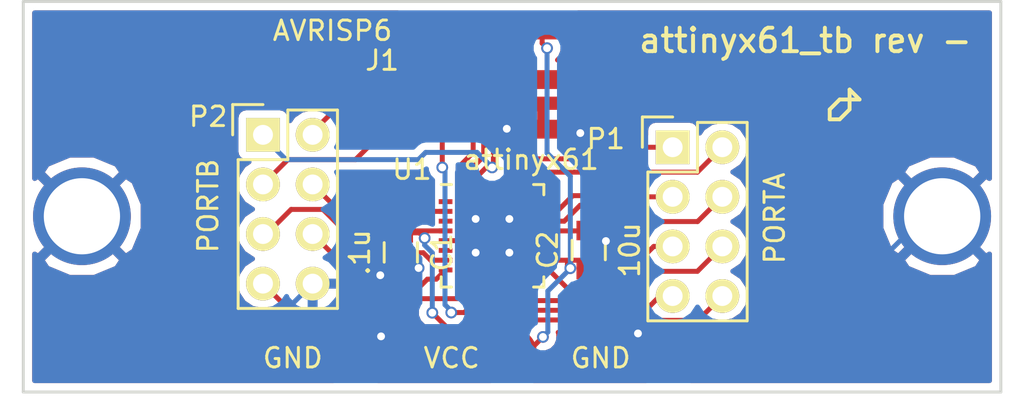
<source format=kicad_pcb>
(kicad_pcb (version 4) (host pcbnew 4.0.5-e0-6337~49~ubuntu16.04.1)

  (general
    (links 37)
    (no_connects 0)
    (area 34.618999 29.924999 87.381001 51.0975)
    (thickness 1.6)
    (drawings 14)
    (tracks 212)
    (zones 0)
    (modules 11)
    (nets 19)
  )

  (page User 152.4 152.4)
  (layers
    (0 F.Cu signal)
    (31 B.Cu signal)
    (32 B.Adhes user)
    (33 F.Adhes user)
    (34 B.Paste user)
    (35 F.Paste user)
    (36 B.SilkS user)
    (37 F.SilkS user)
    (38 B.Mask user)
    (39 F.Mask user)
    (40 Dwgs.User user)
    (41 Cmts.User user)
    (42 Eco1.User user)
    (43 Eco2.User user)
    (44 Edge.Cuts user)
    (45 Margin user)
    (46 B.CrtYd user)
    (47 F.CrtYd user)
    (48 B.Fab user)
    (49 F.Fab user)
  )

  (setup
    (last_trace_width 0.254)
    (trace_clearance 0.1905)
    (zone_clearance 0.381)
    (zone_45_only no)
    (trace_min 0.2)
    (segment_width 0.2)
    (edge_width 0.15)
    (via_size 0.6)
    (via_drill 0.4)
    (via_min_size 0.4)
    (via_min_drill 0.3)
    (uvia_size 0.3)
    (uvia_drill 0.1)
    (uvias_allowed no)
    (uvia_min_size 0)
    (uvia_min_drill 0)
    (pcb_text_width 0.3)
    (pcb_text_size 1.5 1.5)
    (mod_edge_width 0.15)
    (mod_text_size 1 1)
    (mod_text_width 0.15)
    (pad_size 5 5)
    (pad_drill 3.9)
    (pad_to_mask_clearance 0.2)
    (aux_axis_origin 0 0)
    (visible_elements FFFFFF7F)
    (pcbplotparams
      (layerselection 0x010f8_80000001)
      (usegerberextensions true)
      (excludeedgelayer true)
      (linewidth 0.100000)
      (plotframeref false)
      (viasonmask false)
      (mode 1)
      (useauxorigin false)
      (hpglpennumber 1)
      (hpglpenspeed 20)
      (hpglpendiameter 15)
      (hpglpenoverlay 2)
      (psnegative false)
      (psa4output false)
      (plotreference true)
      (plotvalue true)
      (plotinvisibletext false)
      (padsonsilk false)
      (subtractmaskfromsilk false)
      (outputformat 1)
      (mirror false)
      (drillshape 0)
      (scaleselection 1)
      (outputdirectory attinyx61_tb-rev-))
  )

  (net 0 "")
  (net 1 VCC)
  (net 2 GND)
  (net 3 MOSI)
  (net 4 MISO)
  (net 5 SCK)
  (net 6 RST)
  (net 7 A0)
  (net 8 A1)
  (net 9 A2)
  (net 10 A3)
  (net 11 A4)
  (net 12 A5)
  (net 13 A6)
  (net 14 A7)
  (net 15 B3)
  (net 16 B4)
  (net 17 B5)
  (net 18 B6)

  (net_class Default "This is the default net class."
    (clearance 0.1905)
    (trace_width 0.254)
    (via_dia 0.6)
    (via_drill 0.4)
    (uvia_dia 0.3)
    (uvia_drill 0.1)
    (add_net A0)
    (add_net A1)
    (add_net A2)
    (add_net A3)
    (add_net A4)
    (add_net A5)
    (add_net A6)
    (add_net A7)
    (add_net B3)
    (add_net B4)
    (add_net B5)
    (add_net B6)
    (add_net GND)
    (add_net MISO)
    (add_net MOSI)
    (add_net RST)
    (add_net SCK)
    (add_net VCC)
  )

  (module C_0805 (layer F.Cu) (tedit 59079C7E) (tstamp 5910331C)
    (at 55.31 42.85 270)
    (descr "Capacitor SMD 0805, reflow soldering, AVX (see smccp.pdf)")
    (tags "capacitor 0805")
    (path /5907A2AB)
    (attr smd)
    (fp_text reference C1 (at 0 -2.1 270) (layer F.SilkS)
      (effects (font (size 1 1) (thickness 0.15)))
    )
    (fp_text value .1u (at 0 2.1 270) (layer F.SilkS)
      (effects (font (size 1 1) (thickness 0.15)))
    )
    (fp_line (start -1.8 -1) (end 1.8 -1) (layer F.CrtYd) (width 0.05))
    (fp_line (start -1.8 1) (end 1.8 1) (layer F.CrtYd) (width 0.05))
    (fp_line (start -1.8 -1) (end -1.8 1) (layer F.CrtYd) (width 0.05))
    (fp_line (start 1.8 -1) (end 1.8 1) (layer F.CrtYd) (width 0.05))
    (fp_line (start 0.5 -0.85) (end -0.5 -0.85) (layer F.SilkS) (width 0.15))
    (fp_line (start -0.5 0.85) (end 0.5 0.85) (layer F.SilkS) (width 0.15))
    (pad 1 smd rect (at -1 0 270) (size 1 1.25) (layers F.Cu F.Paste F.Mask)
      (net 1 VCC))
    (pad 2 smd rect (at 1 0 270) (size 1 1.25) (layers F.Cu F.Paste F.Mask)
      (net 2 GND))
    (model Capacitors_SMD.3dshapes/C_0805.wrl
      (at (xyz 0 0 0))
      (scale (xyz 1 1 1))
      (rotate (xyz 0 0 0))
    )
  )

  (module C_0805 (layer F.Cu) (tedit 59079DB5) (tstamp 59103328)
    (at 64.92 42.73 90)
    (descr "Capacitor SMD 0805, reflow soldering, AVX (see smccp.pdf)")
    (tags "capacitor 0805")
    (path /5907A390)
    (attr smd)
    (fp_text reference C2 (at 0 -2.1 90) (layer F.SilkS)
      (effects (font (size 1 1) (thickness 0.15)))
    )
    (fp_text value 10u (at 0 2.1 90) (layer F.SilkS)
      (effects (font (size 1 1) (thickness 0.15)))
    )
    (fp_line (start -1.8 -1) (end 1.8 -1) (layer F.CrtYd) (width 0.05))
    (fp_line (start -1.8 1) (end 1.8 1) (layer F.CrtYd) (width 0.05))
    (fp_line (start -1.8 -1) (end -1.8 1) (layer F.CrtYd) (width 0.05))
    (fp_line (start 1.8 -1) (end 1.8 1) (layer F.CrtYd) (width 0.05))
    (fp_line (start 0.5 -0.85) (end -0.5 -0.85) (layer F.SilkS) (width 0.15))
    (fp_line (start -0.5 0.85) (end 0.5 0.85) (layer F.SilkS) (width 0.15))
    (pad 1 smd rect (at -1 0 90) (size 1 1.25) (layers F.Cu F.Paste F.Mask)
      (net 1 VCC))
    (pad 2 smd rect (at 1 0 90) (size 1 1.25) (layers F.Cu F.Paste F.Mask)
      (net 2 GND))
    (model Capacitors_SMD.3dshapes/C_0805.wrl
      (at (xyz 0 0 0))
      (scale (xyz 1 1 1))
      (rotate (xyz 0 0 0))
    )
  )

  (module RIBBON6SMT (layer F.Cu) (tedit 59079DE4) (tstamp 59103332)
    (at 60 34 270)
    (path /59079D28)
    (fp_text reference J1 (at -0.98 5.644 360) (layer F.SilkS)
      (effects (font (size 1 1) (thickness 0.15)))
    )
    (fp_text value AVRISP6 (at -2.504 8.184 360) (layer F.SilkS)
      (effects (font (size 1 1) (thickness 0.15)))
    )
    (pad 2 smd rect (at -2.54 -2.54 270) (size 0.9652 3.0226) (layers F.Cu F.Paste F.Mask)
      (net 1 VCC))
    (pad 4 smd rect (at 0 -2.54 270) (size 0.9652 3.0226) (layers F.Cu F.Paste F.Mask)
      (net 3 MOSI))
    (pad 6 smd rect (at 2.54 -2.54 270) (size 0.9652 3.0226) (layers F.Cu F.Paste F.Mask)
      (net 2 GND))
    (pad 1 smd rect (at -2.54 2.9972 270) (size 0.9652 3.0226) (layers F.Cu F.Paste F.Mask)
      (net 4 MISO))
    (pad 3 smd rect (at 0 2.9972 270) (size 0.9652 3.0226) (layers F.Cu F.Paste F.Mask)
      (net 5 SCK))
    (pad 5 smd rect (at 2.54 2.9972 270) (size 0.9652 3.0226) (layers F.Cu F.Paste F.Mask)
      (net 6 RST))
  )

  (module Pin_Header_Straight_2x04 (layer F.Cu) (tedit 59079DD6) (tstamp 5910334A)
    (at 69.215 37.465)
    (descr "Through hole pin header")
    (tags "pin header")
    (path /59079FB7)
    (fp_text reference P1 (at -3.42 -0.424) (layer F.SilkS)
      (effects (font (size 1 1) (thickness 0.15)))
    )
    (fp_text value PORTA (at 5.216 3.64 90) (layer F.SilkS)
      (effects (font (size 1 1) (thickness 0.15)))
    )
    (fp_line (start -1.75 -1.75) (end -1.75 9.4) (layer F.CrtYd) (width 0.05))
    (fp_line (start 4.3 -1.75) (end 4.3 9.4) (layer F.CrtYd) (width 0.05))
    (fp_line (start -1.75 -1.75) (end 4.3 -1.75) (layer F.CrtYd) (width 0.05))
    (fp_line (start -1.75 9.4) (end 4.3 9.4) (layer F.CrtYd) (width 0.05))
    (fp_line (start -1.27 1.27) (end -1.27 8.89) (layer F.SilkS) (width 0.15))
    (fp_line (start -1.27 8.89) (end 3.81 8.89) (layer F.SilkS) (width 0.15))
    (fp_line (start 3.81 8.89) (end 3.81 -1.27) (layer F.SilkS) (width 0.15))
    (fp_line (start 3.81 -1.27) (end 1.27 -1.27) (layer F.SilkS) (width 0.15))
    (fp_line (start 0 -1.55) (end -1.55 -1.55) (layer F.SilkS) (width 0.15))
    (fp_line (start 1.27 -1.27) (end 1.27 1.27) (layer F.SilkS) (width 0.15))
    (fp_line (start 1.27 1.27) (end -1.27 1.27) (layer F.SilkS) (width 0.15))
    (fp_line (start -1.55 -1.55) (end -1.55 0) (layer F.SilkS) (width 0.15))
    (pad 1 thru_hole rect (at 0 0) (size 1.7272 1.7272) (drill 1.016) (layers *.Cu *.Mask F.SilkS)
      (net 7 A0))
    (pad 2 thru_hole oval (at 2.54 0) (size 1.7272 1.7272) (drill 1.016) (layers *.Cu *.Mask F.SilkS)
      (net 8 A1))
    (pad 3 thru_hole oval (at 0 2.54) (size 1.7272 1.7272) (drill 1.016) (layers *.Cu *.Mask F.SilkS)
      (net 9 A2))
    (pad 4 thru_hole oval (at 2.54 2.54) (size 1.7272 1.7272) (drill 1.016) (layers *.Cu *.Mask F.SilkS)
      (net 10 A3))
    (pad 5 thru_hole oval (at 0 5.08) (size 1.7272 1.7272) (drill 1.016) (layers *.Cu *.Mask F.SilkS)
      (net 11 A4))
    (pad 6 thru_hole oval (at 2.54 5.08) (size 1.7272 1.7272) (drill 1.016) (layers *.Cu *.Mask F.SilkS)
      (net 12 A5))
    (pad 7 thru_hole oval (at 0 7.62) (size 1.7272 1.7272) (drill 1.016) (layers *.Cu *.Mask F.SilkS)
      (net 13 A6))
    (pad 8 thru_hole oval (at 2.54 7.62) (size 1.7272 1.7272) (drill 1.016) (layers *.Cu *.Mask F.SilkS)
      (net 14 A7))
    (model Pin_Headers.3dshapes/Pin_Header_Straight_2x04.wrl
      (at (xyz 0.05 -0.15 0))
      (scale (xyz 1 1 1))
      (rotate (xyz 0 0 90))
    )
  )

  (module Pin_Header_Straight_2x04 (layer F.Cu) (tedit 59079DE8) (tstamp 59103362)
    (at 48.26 36.83)
    (descr "Through hole pin header")
    (tags "pin header")
    (path /5907A241)
    (fp_text reference P2 (at -2.804 -0.932) (layer F.SilkS)
      (effects (font (size 1 1) (thickness 0.15)))
    )
    (fp_text value PORTB (at -2.804 3.64 90) (layer F.SilkS)
      (effects (font (size 1 1) (thickness 0.15)))
    )
    (fp_line (start -1.75 -1.75) (end -1.75 9.4) (layer F.CrtYd) (width 0.05))
    (fp_line (start 4.3 -1.75) (end 4.3 9.4) (layer F.CrtYd) (width 0.05))
    (fp_line (start -1.75 -1.75) (end 4.3 -1.75) (layer F.CrtYd) (width 0.05))
    (fp_line (start -1.75 9.4) (end 4.3 9.4) (layer F.CrtYd) (width 0.05))
    (fp_line (start -1.27 1.27) (end -1.27 8.89) (layer F.SilkS) (width 0.15))
    (fp_line (start -1.27 8.89) (end 3.81 8.89) (layer F.SilkS) (width 0.15))
    (fp_line (start 3.81 8.89) (end 3.81 -1.27) (layer F.SilkS) (width 0.15))
    (fp_line (start 3.81 -1.27) (end 1.27 -1.27) (layer F.SilkS) (width 0.15))
    (fp_line (start 0 -1.55) (end -1.55 -1.55) (layer F.SilkS) (width 0.15))
    (fp_line (start 1.27 -1.27) (end 1.27 1.27) (layer F.SilkS) (width 0.15))
    (fp_line (start 1.27 1.27) (end -1.27 1.27) (layer F.SilkS) (width 0.15))
    (fp_line (start -1.55 -1.55) (end -1.55 0) (layer F.SilkS) (width 0.15))
    (pad 1 thru_hole rect (at 0 0) (size 1.7272 1.7272) (drill 1.016) (layers *.Cu *.Mask F.SilkS)
      (net 3 MOSI))
    (pad 2 thru_hole oval (at 2.54 0) (size 1.7272 1.7272) (drill 1.016) (layers *.Cu *.Mask F.SilkS)
      (net 4 MISO))
    (pad 3 thru_hole oval (at 0 2.54) (size 1.7272 1.7272) (drill 1.016) (layers *.Cu *.Mask F.SilkS)
      (net 5 SCK))
    (pad 4 thru_hole oval (at 2.54 2.54) (size 1.7272 1.7272) (drill 1.016) (layers *.Cu *.Mask F.SilkS)
      (net 15 B3))
    (pad 5 thru_hole oval (at 0 5.08) (size 1.7272 1.7272) (drill 1.016) (layers *.Cu *.Mask F.SilkS)
      (net 16 B4))
    (pad 6 thru_hole oval (at 2.54 5.08) (size 1.7272 1.7272) (drill 1.016) (layers *.Cu *.Mask F.SilkS)
      (net 17 B5))
    (pad 7 thru_hole oval (at 0 7.62) (size 1.7272 1.7272) (drill 1.016) (layers *.Cu *.Mask F.SilkS)
      (net 18 B6))
    (pad 8 thru_hole oval (at 2.54 7.62) (size 1.7272 1.7272) (drill 1.016) (layers *.Cu *.Mask F.SilkS)
      (net 2 GND))
    (model Pin_Headers.3dshapes/Pin_Header_Straight_2x04.wrl
      (at (xyz 0.05 -0.15 0))
      (scale (xyz 1 1 1))
      (rotate (xyz 0 0 90))
    )
  )

  (module MountingHole_4mm (layer F.Cu) (tedit 59079D33) (tstamp 59103368)
    (at 39 41)
    (descr "Mounting hole, Befestigungsbohrung, 4mm, No Annular, Kein Restring,")
    (tags "Mounting hole, Befestigungsbohrung, 4mm, No Annular, Kein Restring,")
    (path /5907AA8E)
    (fp_text reference P6 (at 0 -5.4991) (layer F.Fab)
      (effects (font (size 1 1) (thickness 0.15)))
    )
    (fp_text value CONN_1 (at 0 5.99948) (layer F.Fab)
      (effects (font (size 1 1) (thickness 0.15)))
    )
    (fp_circle (center 0 0) (end 4 0) (layer Cmts.User) (width 0.381))
    (pad 1 thru_hole circle (at 0 0) (size 5 5) (drill 3.9) (layers *.Cu *.Mask)
      (net 2 GND))
  )

  (module MountingHole_4mm (layer F.Cu) (tedit 59079D7F) (tstamp 5910336E)
    (at 83 41)
    (descr "Mounting hole, Befestigungsbohrung, 4mm, No Annular, Kein Restring,")
    (tags "Mounting hole, Befestigungsbohrung, 4mm, No Annular, Kein Restring,")
    (path /5907AA2C)
    (fp_text reference P7 (at 0 -5.4991) (layer F.Fab)
      (effects (font (size 1 1) (thickness 0.15)))
    )
    (fp_text value CONN_1 (at 0 5.99948) (layer F.Fab)
      (effects (font (size 1 1) (thickness 0.15)))
    )
    (fp_circle (center 0 0) (end 4 0) (layer Cmts.User) (width 0.381))
    (pad 1 thru_hole circle (at 0 0) (size 5 5) (drill 3.9) (layers *.Cu *.Mask)
      (net 2 GND))
  )

  (module QFN-32-1EP_5x5mm_Pitch0.5mm (layer F.Cu) (tedit 59079DAF) (tstamp 591033A1)
    (at 60 42)
    (descr "UH Package; 32-Lead Plastic QFN (5mm x 5mm); (see Linear Technology QFN_32_05-08-1693.pdf)")
    (tags "QFN 0.5")
    (path /59079CFB)
    (attr smd)
    (fp_text reference U1 (at -4.12 -3.392) (layer F.SilkS)
      (effects (font (size 1 1) (thickness 0.15)))
    )
    (fp_text value attinyx61 (at 1.976 -3.9) (layer F.SilkS)
      (effects (font (size 1 1) (thickness 0.15)))
    )
    (fp_line (start -3 -3) (end -3 3) (layer F.CrtYd) (width 0.05))
    (fp_line (start 3 -3) (end 3 3) (layer F.CrtYd) (width 0.05))
    (fp_line (start -3 -3) (end 3 -3) (layer F.CrtYd) (width 0.05))
    (fp_line (start -3 3) (end 3 3) (layer F.CrtYd) (width 0.05))
    (fp_line (start 2.625 -2.625) (end 2.625 -2.1) (layer F.SilkS) (width 0.15))
    (fp_line (start -2.625 2.625) (end -2.625 2.1) (layer F.SilkS) (width 0.15))
    (fp_line (start 2.625 2.625) (end 2.625 2.1) (layer F.SilkS) (width 0.15))
    (fp_line (start -2.625 -2.625) (end -2.1 -2.625) (layer F.SilkS) (width 0.15))
    (fp_line (start -2.625 2.625) (end -2.1 2.625) (layer F.SilkS) (width 0.15))
    (fp_line (start 2.625 2.625) (end 2.1 2.625) (layer F.SilkS) (width 0.15))
    (fp_line (start 2.625 -2.625) (end 2.1 -2.625) (layer F.SilkS) (width 0.15))
    (pad 1 smd rect (at -2.4 -1.75) (size 0.7 0.25) (layers F.Cu F.Paste F.Mask))
    (pad 2 smd rect (at -2.4 -1.25) (size 0.7 0.25) (layers F.Cu F.Paste F.Mask)
      (net 15 B3))
    (pad 3 smd rect (at -2.4 -0.75) (size 0.7 0.25) (layers F.Cu F.Paste F.Mask))
    (pad 4 smd rect (at -2.4 -0.25) (size 0.7 0.25) (layers F.Cu F.Paste F.Mask)
      (net 1 VCC))
    (pad 5 smd rect (at -2.4 0.25) (size 0.7 0.25) (layers F.Cu F.Paste F.Mask)
      (net 2 GND))
    (pad 6 smd rect (at -2.4 0.75) (size 0.7 0.25) (layers F.Cu F.Paste F.Mask))
    (pad 7 smd rect (at -2.4 1.25) (size 0.7 0.25) (layers F.Cu F.Paste F.Mask)
      (net 16 B4))
    (pad 8 smd rect (at -2.4 1.75) (size 0.7 0.25) (layers F.Cu F.Paste F.Mask)
      (net 17 B5))
    (pad 9 smd rect (at -1.75 2.4 90) (size 0.7 0.25) (layers F.Cu F.Paste F.Mask))
    (pad 10 smd rect (at -1.25 2.4 90) (size 0.7 0.25) (layers F.Cu F.Paste F.Mask)
      (net 18 B6))
    (pad 11 smd rect (at -0.75 2.4 90) (size 0.7 0.25) (layers F.Cu F.Paste F.Mask)
      (net 6 RST))
    (pad 12 smd rect (at -0.25 2.4 90) (size 0.7 0.25) (layers F.Cu F.Paste F.Mask))
    (pad 13 smd rect (at 0.25 2.4 90) (size 0.7 0.25) (layers F.Cu F.Paste F.Mask)
      (net 14 A7))
    (pad 14 smd rect (at 0.75 2.4 90) (size 0.7 0.25) (layers F.Cu F.Paste F.Mask)
      (net 13 A6))
    (pad 15 smd rect (at 1.25 2.4 90) (size 0.7 0.25) (layers F.Cu F.Paste F.Mask)
      (net 12 A5))
    (pad 16 smd rect (at 1.75 2.4 90) (size 0.7 0.25) (layers F.Cu F.Paste F.Mask))
    (pad 17 smd rect (at 2.4 1.75) (size 0.7 0.25) (layers F.Cu F.Paste F.Mask)
      (net 11 A4))
    (pad 18 smd rect (at 2.4 1.25) (size 0.7 0.25) (layers F.Cu F.Paste F.Mask)
      (net 1 VCC))
    (pad 19 smd rect (at 2.4 0.75) (size 0.7 0.25) (layers F.Cu F.Paste F.Mask))
    (pad 20 smd rect (at 2.4 0.25) (size 0.7 0.25) (layers F.Cu F.Paste F.Mask))
    (pad 21 smd rect (at 2.4 -0.25) (size 0.7 0.25) (layers F.Cu F.Paste F.Mask)
      (net 2 GND))
    (pad 22 smd rect (at 2.4 -0.75) (size 0.7 0.25) (layers F.Cu F.Paste F.Mask)
      (net 10 A3))
    (pad 23 smd rect (at 2.4 -1.25) (size 0.7 0.25) (layers F.Cu F.Paste F.Mask)
      (net 9 A2))
    (pad 24 smd rect (at 2.4 -1.75) (size 0.7 0.25) (layers F.Cu F.Paste F.Mask))
    (pad 25 smd rect (at 1.75 -2.4 90) (size 0.7 0.25) (layers F.Cu F.Paste F.Mask)
      (net 8 A1))
    (pad 26 smd rect (at 1.25 -2.4 90) (size 0.7 0.25) (layers F.Cu F.Paste F.Mask)
      (net 7 A0))
    (pad 27 smd rect (at 0.75 -2.4 90) (size 0.7 0.25) (layers F.Cu F.Paste F.Mask))
    (pad 28 smd rect (at 0.25 -2.4 90) (size 0.7 0.25) (layers F.Cu F.Paste F.Mask))
    (pad 29 smd rect (at -0.25 -2.4 90) (size 0.7 0.25) (layers F.Cu F.Paste F.Mask))
    (pad 30 smd rect (at -0.75 -2.4 90) (size 0.7 0.25) (layers F.Cu F.Paste F.Mask)
      (net 3 MOSI))
    (pad 31 smd rect (at -1.25 -2.4 90) (size 0.7 0.25) (layers F.Cu F.Paste F.Mask)
      (net 4 MISO))
    (pad 32 smd rect (at -1.75 -2.4 90) (size 0.7 0.25) (layers F.Cu F.Paste F.Mask)
      (net 5 SCK))
    (pad 33 smd rect (at 0.8625 0.8625) (size 1.725 1.725) (layers F.Cu F.Paste F.Mask)
      (net 2 GND) (solder_paste_margin_ratio -0.2))
    (pad 33 smd rect (at 0.8625 -0.8625) (size 1.725 1.725) (layers F.Cu F.Paste F.Mask)
      (net 2 GND) (solder_paste_margin_ratio -0.2))
    (pad 33 smd rect (at -0.8625 0.8625) (size 1.725 1.725) (layers F.Cu F.Paste F.Mask)
      (net 2 GND) (solder_paste_margin_ratio -0.2))
    (pad 33 smd rect (at -0.8625 -0.8625) (size 1.725 1.725) (layers F.Cu F.Paste F.Mask)
      (net 2 GND) (solder_paste_margin_ratio -0.2))
    (model Housings_DFN_QFN.3dshapes/QFN-32-1EP_5x5mm_Pitch0.5mm.wrl
      (at (xyz 0 0 0))
      (scale (xyz 1 1 1))
      (rotate (xyz 0 0 0))
    )
  )

  (module SMTPIN.1 (layer F.Cu) (tedit 59079DEF) (tstamp 5911EBCF)
    (at 53 48)
    (path /5907A764)
    (fp_text reference P3 (at 0 2.032) (layer F.Fab)
      (effects (font (size 1 1) (thickness 0.15)))
    )
    (fp_text value GND (at -3.216 0.26) (layer F.SilkS)
      (effects (font (size 1 1) (thickness 0.15)))
    )
    (pad 1 smd circle (at 0 0) (size 2.54 2.54) (layers F.Cu F.Paste F.Mask)
      (net 2 GND))
  )

  (module SMTPIN.1 (layer F.Cu) (tedit 59079DF3) (tstamp 5911EBD4)
    (at 69 48)
    (path /5907A6EC)
    (fp_text reference P4 (at 0 2.032) (layer F.Fab)
      (effects (font (size 1 1) (thickness 0.15)))
    )
    (fp_text value GND (at -3.468 0.26) (layer F.SilkS)
      (effects (font (size 1 1) (thickness 0.15)))
    )
    (pad 1 smd circle (at 0 0) (size 2.54 2.54) (layers F.Cu F.Paste F.Mask)
      (net 2 GND))
  )

  (module SMTPIN.1 (layer F.Cu) (tedit 59079DF0) (tstamp 5911EBD9)
    (at 61 48)
    (path /5907A78B)
    (fp_text reference P5 (at 0 2.032) (layer F.Fab)
      (effects (font (size 1 1) (thickness 0.15)))
    )
    (fp_text value VCC (at -3.088 0.26) (layer F.SilkS)
      (effects (font (size 1 1) (thickness 0.15)))
    )
    (pad 1 smd circle (at 0 0) (size 2.54 2.54) (layers F.Cu F.Paste F.Mask)
      (net 1 VCC))
  )

  (gr_text "attinyx61_tb rev -" (at 76 32) (layer F.SilkS)
    (effects (font (size 1.2 1.2) (thickness 0.2)))
  )
  (gr_line (start 77.756 36.036) (end 77.248 36.036) (angle 90) (layer F.SilkS) (width 0.2))
  (gr_line (start 78.264 35.528) (end 77.756 36.036) (angle 90) (layer F.SilkS) (width 0.2))
  (gr_line (start 78.264 35.02) (end 78.264 35.528) (angle 90) (layer F.SilkS) (width 0.2))
  (gr_line (start 78.772 35.02) (end 78.264 35.02) (angle 90) (layer F.SilkS) (width 0.2))
  (gr_line (start 78.264 34.512) (end 78.772 35.02) (angle 90) (layer F.SilkS) (width 0.2))
  (gr_line (start 78.264 35.02) (end 78.264 34.512) (angle 90) (layer F.SilkS) (width 0.2))
  (gr_line (start 77.756 35.02) (end 78.264 35.02) (angle 90) (layer F.SilkS) (width 0.2))
  (gr_line (start 77.248 35.528) (end 77.756 35.02) (angle 90) (layer F.SilkS) (width 0.2))
  (gr_line (start 77.248 36.036) (end 77.248 35.528) (angle 90) (layer F.SilkS) (width 0.2))
  (gr_line (start 36 50) (end 86 50) (angle 90) (layer Edge.Cuts) (width 0.15))
  (gr_line (start 36 30) (end 36 50) (angle 90) (layer Edge.Cuts) (width 0.15))
  (gr_line (start 86 30) (end 36 30) (angle 90) (layer Edge.Cuts) (width 0.15))
  (gr_line (start 86 50) (end 86 30) (angle 90) (layer Edge.Cuts) (width 0.15))

  (segment (start 77.756 36.036) (end 77.248 36.036) (width 0.3048) (layer F.Cu) (net 0))
  (segment (start 78.264 35.528) (end 77.756 36.036) (width 0.3048) (layer F.Cu) (net 0) (tstamp 5911EF4D))
  (segment (start 78.264 34.512) (end 78.264 35.528) (width 0.3048) (layer F.Cu) (net 0) (tstamp 5911EF4C))
  (segment (start 78.772 35.02) (end 78.264 34.512) (width 0.3048) (layer F.Cu) (net 0) (tstamp 5911EF4B))
  (segment (start 77.756 35.02) (end 78.772 35.02) (width 0.3048) (layer F.Cu) (net 0) (tstamp 5911EF4A))
  (segment (start 77.248 35.528) (end 77.756 35.02) (width 0.3048) (layer F.Cu) (net 0) (tstamp 5911EF49))
  (segment (start 77.248 36.036) (end 77.248 35.528) (width 0.3048) (layer F.Cu) (net 0) (tstamp 5911EF48))
  (segment (start 63.98 43.66) (end 63.98 38.95) (width 0.254) (layer B.Cu) (net 1))
  (segment (start 63.98 38.95) (end 62.79 37.76) (width 0.254) (layer B.Cu) (net 1) (tstamp 5911F2F1))
  (segment (start 62.79 37.76) (end 62.79 32.39) (width 0.254) (layer B.Cu) (net 1) (tstamp 5911F2F3))
  (via (at 62.79 32.39) (size 0.6) (drill 0.4) (layers F.Cu B.Cu) (net 1))
  (segment (start 62.79 32.39) (end 62.54 32.14) (width 0.254) (layer F.Cu) (net 1) (tstamp 5911F2F6))
  (segment (start 62.54 32.14) (end 62.54 31.46) (width 0.254) (layer F.Cu) (net 1) (tstamp 5911F2F7))
  (segment (start 63.83 43.25) (end 63.83 43.51) (width 0.254) (layer F.Cu) (net 1))
  (segment (start 63.83 43.51) (end 63.98 43.66) (width 0.254) (layer F.Cu) (net 1) (tstamp 5911F2E0))
  (via (at 63.98 43.66) (size 0.6) (drill 0.4) (layers F.Cu B.Cu) (net 1))
  (segment (start 63.98 43.66) (end 63.98 43.68) (width 0.254) (layer B.Cu) (net 1) (tstamp 5911F2E2))
  (segment (start 63.98 43.68) (end 62.83 44.83) (width 0.254) (layer B.Cu) (net 1) (tstamp 5911F2E3))
  (segment (start 62.83 44.83) (end 62.83 46.93) (width 0.254) (layer B.Cu) (net 1) (tstamp 5911F2E4))
  (segment (start 62.83 46.93) (end 62.58 47.18) (width 0.254) (layer B.Cu) (net 1) (tstamp 5911F2E6))
  (via (at 62.58 47.18) (size 0.6) (drill 0.4) (layers F.Cu B.Cu) (net 1))
  (segment (start 62.58 47.18) (end 61.76 48) (width 0.254) (layer F.Cu) (net 1) (tstamp 5911F2E8))
  (segment (start 61.76 48) (end 61 48) (width 0.254) (layer F.Cu) (net 1) (tstamp 5911F2E9))
  (segment (start 55.31 41.85) (end 56.26 41.85) (width 0.254) (layer F.Cu) (net 1))
  (segment (start 56.26 41.85) (end 56.53 42.12) (width 0.254) (layer F.Cu) (net 1) (tstamp 5911F2A1))
  (via (at 56.53 42.12) (size 0.6) (drill 0.4) (layers F.Cu B.Cu) (net 1))
  (segment (start 56.53 42.12) (end 56.53 42.48) (width 0.254) (layer B.Cu) (net 1) (tstamp 5911F2A3))
  (segment (start 56.53 42.48) (end 56.92 42.87) (width 0.254) (layer B.Cu) (net 1) (tstamp 5911F2A4))
  (segment (start 56.92 42.87) (end 56.92 45.94) (width 0.254) (layer B.Cu) (net 1) (tstamp 5911F2A5))
  (via (at 56.92 45.94) (size 0.6) (drill 0.4) (layers F.Cu B.Cu) (net 1))
  (segment (start 56.92 45.94) (end 58.98 48) (width 0.254) (layer F.Cu) (net 1) (tstamp 5911F2A8))
  (segment (start 58.98 48) (end 61 48) (width 0.254) (layer F.Cu) (net 1) (tstamp 5911F2A9))
  (segment (start 62.4 43.25) (end 63.83 43.25) (width 0.254) (layer F.Cu) (net 1))
  (segment (start 63.83 43.25) (end 64.44 43.25) (width 0.254) (layer F.Cu) (net 1) (tstamp 5911F2DE))
  (segment (start 64.44 43.25) (end 64.92 43.73) (width 0.254) (layer F.Cu) (net 1) (tstamp 5911F184))
  (segment (start 57.6 41.75) (end 55.41 41.75) (width 0.254) (layer F.Cu) (net 1))
  (segment (start 55.41 41.75) (end 55.31 41.85) (width 0.254) (layer F.Cu) (net 1) (tstamp 5911F0E5))
  (segment (start 83 41) (end 82.1 41) (width 0.254) (layer B.Cu) (net 2))
  (segment (start 82.1 41) (end 76.1 47) (width 0.254) (layer B.Cu) (net 2) (tstamp 5911F323))
  (segment (start 76.1 47) (end 67.44 47) (width 0.254) (layer B.Cu) (net 2) (tstamp 5911F324))
  (via (at 39 41) (size 0.6) (drill 0.4) (layers F.Cu B.Cu) (net 2))
  (segment (start 39 41) (end 45.08 47.08) (width 0.254) (layer B.Cu) (net 2) (tstamp 5911F31C))
  (segment (start 45.08 47.08) (end 48.17 47.08) (width 0.254) (layer B.Cu) (net 2) (tstamp 5911F31D))
  (segment (start 48.17 47.08) (end 50.8 44.45) (width 0.254) (layer B.Cu) (net 2) (tstamp 5911F31F))
  (segment (start 64.92 41.73) (end 65.26 41.73) (width 0.254) (layer F.Cu) (net 2))
  (segment (start 65.26 41.73) (end 65.8 42.27) (width 0.254) (layer F.Cu) (net 2) (tstamp 5911F2FA))
  (via (at 65.8 42.27) (size 0.6) (drill 0.4) (layers F.Cu B.Cu) (net 2))
  (segment (start 65.8 42.27) (end 67.44 43.91) (width 0.254) (layer B.Cu) (net 2) (tstamp 5911F2FC))
  (segment (start 67.44 43.91) (end 67.44 47) (width 0.254) (layer B.Cu) (net 2) (tstamp 5911F2FD))
  (segment (start 55.31 43.85) (end 56.02 43.85) (width 0.254) (layer F.Cu) (net 2))
  (segment (start 56.02 43.85) (end 56.22 43.65) (width 0.254) (layer F.Cu) (net 2) (tstamp 5911F291))
  (via (at 56.22 43.65) (size 0.6) (drill 0.4) (layers F.Cu B.Cu) (net 2))
  (segment (start 55.31 43.85) (end 54.43 43.85) (width 0.254) (layer F.Cu) (net 2))
  (segment (start 54.43 43.85) (end 54.26 44.02) (width 0.254) (layer F.Cu) (net 2) (tstamp 5911F287))
  (via (at 54.26 44.02) (size 0.6) (drill 0.4) (layers F.Cu B.Cu) (net 2))
  (segment (start 54.26 44.02) (end 54.27 44.01) (width 0.254) (layer B.Cu) (net 2) (tstamp 5911F289))
  (segment (start 54.27 44.01) (end 54.27 44.25) (width 0.254) (layer B.Cu) (net 2) (tstamp 5911F28A))
  (segment (start 54.27 44.25) (end 54.07 44.45) (width 0.254) (layer B.Cu) (net 2) (tstamp 5911F28B))
  (segment (start 58.64 46.39) (end 58.38 46.65) (width 0.254) (layer B.Cu) (net 2))
  (segment (start 58.38 46.65) (end 56.33 46.65) (width 0.254) (layer B.Cu) (net 2) (tstamp 5911F272))
  (segment (start 56.33 46.65) (end 56.07 46.39) (width 0.254) (layer B.Cu) (net 2) (tstamp 5911F273))
  (segment (start 53 48) (end 53.45 48) (width 0.254) (layer F.Cu) (net 2))
  (segment (start 53.45 48) (end 54.3 47.15) (width 0.254) (layer F.Cu) (net 2) (tstamp 5911F251))
  (via (at 54.3 47.15) (size 0.6) (drill 0.4) (layers F.Cu B.Cu) (net 2))
  (segment (start 54.3 47.15) (end 55.06 46.39) (width 0.254) (layer B.Cu) (net 2) (tstamp 5911F253))
  (segment (start 55.06 46.39) (end 56.07 46.39) (width 0.254) (layer B.Cu) (net 2) (tstamp 5911F254))
  (segment (start 62.54 36.54) (end 64.29 36.54) (width 0.254) (layer F.Cu) (net 2))
  (segment (start 64.29 36.54) (end 64.49 36.74) (width 0.254) (layer F.Cu) (net 2) (tstamp 5911F248))
  (via (at 64.49 36.74) (size 0.6) (drill 0.4) (layers F.Cu B.Cu) (net 2))
  (segment (start 64.49 36.74) (end 64.46 36.71) (width 0.254) (layer B.Cu) (net 2) (tstamp 5911F24A))
  (segment (start 64.46 36.71) (end 64.43 36.71) (width 0.254) (layer B.Cu) (net 2) (tstamp 5911F24B))
  (segment (start 69 48) (end 68.44 48) (width 0.254) (layer F.Cu) (net 2))
  (segment (start 68.44 48) (end 67.44 47) (width 0.254) (layer F.Cu) (net 2) (tstamp 5911F244))
  (via (at 67.44 47) (size 0.6) (drill 0.4) (layers F.Cu B.Cu) (net 2))
  (segment (start 50.8 44.45) (end 54.07 44.45) (width 0.254) (layer B.Cu) (net 2))
  (segment (start 54.07 44.45) (end 54.13 44.45) (width 0.254) (layer B.Cu) (net 2) (tstamp 5911F28E))
  (segment (start 54.13 44.45) (end 56.07 46.39) (width 0.254) (layer B.Cu) (net 2) (tstamp 5911F23B))
  (segment (start 58.64 46.39) (end 59.1375 45.8925) (width 0.254) (layer B.Cu) (net 2) (tstamp 5911F23F))
  (segment (start 59.1375 45.8925) (end 59.1375 42.8625) (width 0.254) (layer B.Cu) (net 2) (tstamp 5911F240))
  (segment (start 62.4 41.75) (end 64.9 41.75) (width 0.254) (layer F.Cu) (net 2))
  (segment (start 64.9 41.75) (end 64.92 41.73) (width 0.254) (layer F.Cu) (net 2) (tstamp 5911F181))
  (segment (start 62.4 41.75) (end 61.475 41.75) (width 0.254) (layer F.Cu) (net 2))
  (segment (start 61.475 41.75) (end 60.8625 41.1375) (width 0.254) (layer F.Cu) (net 2) (tstamp 5911F0C0))
  (segment (start 57.6 42.25) (end 58.525 42.25) (width 0.254) (layer F.Cu) (net 2))
  (segment (start 58.525 42.25) (end 59.1375 42.8625) (width 0.254) (layer F.Cu) (net 2) (tstamp 5911F0BC))
  (segment (start 59.1375 42.8625) (end 60.8625 42.8625) (width 0.3048) (layer B.Cu) (net 2))
  (via (at 60.8625 42.8625) (size 0.6) (drill 0.4) (layers F.Cu B.Cu) (net 2))
  (segment (start 60.8625 42.8625) (end 60.8625 41.1375) (width 0.3048) (layer B.Cu) (net 2) (tstamp 5911F0B5))
  (via (at 59.1375 42.8625) (size 0.6) (drill 0.4) (layers F.Cu B.Cu) (net 2))
  (segment (start 59.1375 42.8625) (end 59.1375 41.1375) (width 0.3048) (layer B.Cu) (net 2) (tstamp 5911F0B1))
  (via (at 59.1375 41.1375) (size 0.6) (drill 0.4) (layers F.Cu B.Cu) (net 2))
  (segment (start 59.1375 41.1375) (end 60.8625 41.1375) (width 0.3048) (layer B.Cu) (net 2) (tstamp 5911F0AD))
  (via (at 60.8625 41.1375) (size 0.6) (drill 0.4) (layers F.Cu B.Cu) (net 2))
  (segment (start 60.75 36.54) (end 60.73 36.52) (width 0.3048) (layer F.Cu) (net 2) (tstamp 5911F09A))
  (via (at 60.73 36.52) (size 0.6) (drill 0.4) (layers F.Cu B.Cu) (net 2))
  (segment (start 62.54 36.54) (end 60.75 36.54) (width 0.3048) (layer F.Cu) (net 2))
  (segment (start 60.73 41.005) (end 60.73 36.52) (width 0.3048) (layer B.Cu) (net 2) (tstamp 5911F0A1))
  (segment (start 60.73 41.005) (end 60.8625 41.1375) (width 0.3048) (layer B.Cu) (net 2) (tstamp 5911F0A0))
  (segment (start 59.98 38.5) (end 59.98 38.32) (width 0.254) (layer F.Cu) (net 3))
  (segment (start 59.98 38.32) (end 60.045302 38.254698) (width 0.254) (layer F.Cu) (net 3) (tstamp 5911F22E))
  (segment (start 60.045302 38.254698) (end 60.045302 34.844698) (width 0.254) (layer F.Cu) (net 3) (tstamp 5911F22F))
  (segment (start 60.045302 34.844698) (end 60.89 34) (width 0.254) (layer F.Cu) (net 3) (tstamp 5911F230))
  (segment (start 60.89 34) (end 62.54 34) (width 0.254) (layer F.Cu) (net 3) (tstamp 5911F231))
  (segment (start 48.26 36.83) (end 48.26 36.92) (width 0.254) (layer B.Cu) (net 3))
  (segment (start 48.26 36.92) (end 49.44 38.1) (width 0.254) (layer B.Cu) (net 3) (tstamp 5911F221))
  (segment (start 49.44 38.1) (end 56.21 38.1) (width 0.254) (layer B.Cu) (net 3) (tstamp 5911F222))
  (segment (start 56.21 38.1) (end 56.58 37.73) (width 0.254) (layer B.Cu) (net 3) (tstamp 5911F224))
  (segment (start 56.58 37.73) (end 59.21 37.73) (width 0.254) (layer B.Cu) (net 3) (tstamp 5911F225))
  (segment (start 59.21 37.73) (end 59.98 38.5) (width 0.254) (layer B.Cu) (net 3) (tstamp 5911F226))
  (via (at 59.98 38.5) (size 0.6) (drill 0.4) (layers F.Cu B.Cu) (net 3))
  (segment (start 59.98 38.5) (end 59.98 38.51) (width 0.254) (layer F.Cu) (net 3) (tstamp 5911F228))
  (segment (start 59.98 38.51) (end 59.670462 38.51) (width 0.254) (layer F.Cu) (net 3) (tstamp 5911F229))
  (segment (start 59.670462 38.51) (end 59.25 38.930462) (width 0.254) (layer F.Cu) (net 3) (tstamp 5911F22A))
  (segment (start 59.25 38.930462) (end 59.25 39.6) (width 0.254) (layer F.Cu) (net 3) (tstamp 5911F22B))
  (segment (start 57.0028 31.46) (end 56.02 31.46) (width 0.254) (layer F.Cu) (net 4))
  (segment (start 56.02 31.46) (end 50.8 36.68) (width 0.254) (layer F.Cu) (net 4) (tstamp 5911F219))
  (segment (start 50.8 36.68) (end 50.8 36.83) (width 0.254) (layer F.Cu) (net 4) (tstamp 5911F21A))
  (segment (start 58.75 39.6) (end 58.75 38.73) (width 0.254) (layer F.Cu) (net 4))
  (segment (start 58.75 38.73) (end 59.55 37.93) (width 0.254) (layer F.Cu) (net 4) (tstamp 5911F212))
  (segment (start 59.55 37.93) (end 59.55 32.93) (width 0.254) (layer F.Cu) (net 4) (tstamp 5911F213))
  (segment (start 59.55 32.93) (end 58.08 31.46) (width 0.254) (layer F.Cu) (net 4) (tstamp 5911F214))
  (segment (start 58.08 31.46) (end 57.0028 31.46) (width 0.254) (layer F.Cu) (net 4) (tstamp 5911F215))
  (segment (start 48.26 39.37) (end 49.53 38.1) (width 0.254) (layer F.Cu) (net 5))
  (segment (start 49.53 38.1) (end 52.99 38.1) (width 0.254) (layer F.Cu) (net 5) (tstamp 5911F207))
  (segment (start 52.99 38.1) (end 54.59 36.5) (width 0.254) (layer F.Cu) (net 5) (tstamp 5911F209))
  (segment (start 54.59 36.5) (end 54.59 35.96) (width 0.254) (layer F.Cu) (net 5) (tstamp 5911F20B))
  (segment (start 54.59 35.96) (end 55.18 35.37) (width 0.254) (layer F.Cu) (net 5) (tstamp 5911F20C))
  (segment (start 55.18 35.37) (end 59.01 35.37) (width 0.254) (layer F.Cu) (net 5) (tstamp 5911F20D))
  (segment (start 58.25 39.6) (end 58.25 38.5) (width 0.254) (layer F.Cu) (net 5))
  (segment (start 58.25 38.5) (end 59.01 37.74) (width 0.254) (layer F.Cu) (net 5) (tstamp 5911F201))
  (segment (start 59.01 37.74) (end 59.01 35.37) (width 0.254) (layer F.Cu) (net 5) (tstamp 5911F202))
  (segment (start 59.01 35.37) (end 59.01 35.05) (width 0.254) (layer F.Cu) (net 5) (tstamp 5911F210))
  (segment (start 59.01 35.05) (end 57.96 34) (width 0.254) (layer F.Cu) (net 5) (tstamp 5911F203))
  (segment (start 57.96 34) (end 57.0028 34) (width 0.254) (layer F.Cu) (net 5) (tstamp 5911F204))
  (via (at 57.89 45.93) (size 0.6) (drill 0.4) (layers F.Cu B.Cu) (net 6))
  (segment (start 57.89 45.93) (end 57.89 45.85) (width 0.254) (layer B.Cu) (net 6) (tstamp 5911F26E))
  (segment (start 57.89 45.85) (end 57.57 45.53) (width 0.254) (layer B.Cu) (net 6) (tstamp 5911F26F))
  (segment (start 59.25 45.24) (end 58.56 45.93) (width 0.254) (layer F.Cu) (net 6))
  (segment (start 58.56 45.93) (end 57.89 45.93) (width 0.254) (layer F.Cu) (net 6) (tstamp 5911F267))
  (segment (start 57.89 45.93) (end 57.89 45.93) (width 0.254) (layer F.Cu) (net 6) (tstamp 5911F26B))
  (segment (start 59.25 44.4) (end 59.25 45.24) (width 0.254) (layer F.Cu) (net 6))
  (segment (start 57.57 45.53) (end 57.57 38.64) (width 0.254) (layer B.Cu) (net 6) (tstamp 5911F1F5))
  (segment (start 57.57 38.64) (end 57.43 38.5) (width 0.254) (layer B.Cu) (net 6) (tstamp 5911F1F6))
  (via (at 57.43 38.5) (size 0.6) (drill 0.4) (layers F.Cu B.Cu) (net 6))
  (segment (start 57.43 38.5) (end 57.43 36.9672) (width 0.254) (layer F.Cu) (net 6) (tstamp 5911F1F8))
  (segment (start 57.43 36.9672) (end 57.0028 36.54) (width 0.254) (layer F.Cu) (net 6) (tstamp 5911F1F9))
  (segment (start 69.215 37.465) (end 66.845 37.465) (width 0.254) (layer F.Cu) (net 7))
  (segment (start 66.845 37.465) (end 66.25 38.06) (width 0.254) (layer F.Cu) (net 7) (tstamp 5911F315))
  (segment (start 66.25 38.06) (end 62 38.06) (width 0.254) (layer F.Cu) (net 7) (tstamp 5911F316))
  (segment (start 62 38.06) (end 61.254698 38.805302) (width 0.254) (layer F.Cu) (net 7) (tstamp 5911F317))
  (segment (start 61.254698 38.805302) (end 61.254698 39.6) (width 0.254) (layer F.Cu) (net 7) (tstamp 5911F318))
  (segment (start 61.254698 39.6) (end 61.25 39.6) (width 0.254) (layer F.Cu) (net 7) (tstamp 5911F31A))
  (segment (start 61.75 39.6) (end 61.75 39.13) (width 0.254) (layer F.Cu) (net 8))
  (segment (start 61.75 39.13) (end 62.14 38.74) (width 0.254) (layer F.Cu) (net 8) (tstamp 5911F30F))
  (segment (start 62.14 38.74) (end 70.48 38.74) (width 0.254) (layer F.Cu) (net 8) (tstamp 5911F310))
  (segment (start 70.48 38.74) (end 71.755 37.465) (width 0.254) (layer F.Cu) (net 8) (tstamp 5911F311))
  (segment (start 69.215 40.005) (end 67.365 40.005) (width 0.254) (layer F.Cu) (net 9))
  (segment (start 67.365 40.005) (end 67.304698 39.944698) (width 0.254) (layer F.Cu) (net 9) (tstamp 5911F309))
  (segment (start 67.304698 39.944698) (end 64.105302 39.944698) (width 0.254) (layer F.Cu) (net 9) (tstamp 5911F30A))
  (segment (start 64.105302 39.944698) (end 63.3 40.75) (width 0.254) (layer F.Cu) (net 9) (tstamp 5911F30B))
  (segment (start 63.3 40.75) (end 62.4 40.75) (width 0.254) (layer F.Cu) (net 9) (tstamp 5911F30C))
  (segment (start 62.4 41.25) (end 63.67 41.25) (width 0.254) (layer F.Cu) (net 10))
  (segment (start 63.67 41.25) (end 64.48 40.44) (width 0.254) (layer F.Cu) (net 10) (tstamp 5911F301))
  (segment (start 64.48 40.44) (end 66.92 40.44) (width 0.254) (layer F.Cu) (net 10) (tstamp 5911F302))
  (segment (start 66.92 40.44) (end 67.75 41.27) (width 0.254) (layer F.Cu) (net 10) (tstamp 5911F303))
  (segment (start 67.75 41.27) (end 70.49 41.27) (width 0.254) (layer F.Cu) (net 10) (tstamp 5911F304))
  (segment (start 70.49 41.27) (end 71.755 40.005) (width 0.254) (layer F.Cu) (net 10) (tstamp 5911F305))
  (segment (start 69.215 42.545) (end 68.244538 42.545) (width 0.254) (layer F.Cu) (net 11))
  (segment (start 68.244538 42.545) (end 66.039538 44.75) (width 0.254) (layer F.Cu) (net 11) (tstamp 5911F2D5))
  (segment (start 66.039538 44.75) (end 63.89 44.75) (width 0.254) (layer F.Cu) (net 11) (tstamp 5911F2D6))
  (segment (start 63.89 44.75) (end 62.89 43.75) (width 0.254) (layer F.Cu) (net 11) (tstamp 5911F2D8))
  (segment (start 62.89 43.75) (end 62.4 43.75) (width 0.254) (layer F.Cu) (net 11) (tstamp 5911F2D9))
  (segment (start 61.25 44.4) (end 61.25 45.119396) (width 0.254) (layer F.Cu) (net 12))
  (segment (start 61.25 45.119396) (end 61.45 45.319396) (width 0.254) (layer F.Cu) (net 12) (tstamp 5911F2CB))
  (segment (start 61.45 45.319396) (end 66.170604 45.319396) (width 0.254) (layer F.Cu) (net 12) (tstamp 5911F2CC))
  (segment (start 66.170604 45.319396) (end 67.67 43.82) (width 0.254) (layer F.Cu) (net 12) (tstamp 5911F2CD))
  (segment (start 67.67 43.82) (end 70.48 43.82) (width 0.254) (layer F.Cu) (net 12) (tstamp 5911F2CF))
  (segment (start 70.48 43.82) (end 71.755 42.545) (width 0.254) (layer F.Cu) (net 12) (tstamp 5911F2D1))
  (segment (start 69.215 45.085) (end 68.559698 45.085) (width 0.254) (layer F.Cu) (net 13))
  (segment (start 68.559698 45.085) (end 67.83 45.814698) (width 0.254) (layer F.Cu) (net 13) (tstamp 5911F2C5))
  (segment (start 67.83 45.814698) (end 60.99516 45.814698) (width 0.254) (layer F.Cu) (net 13) (tstamp 5911F2C6))
  (segment (start 60.99516 45.814698) (end 60.75 45.569538) (width 0.254) (layer F.Cu) (net 13) (tstamp 5911F2C7))
  (segment (start 60.75 45.569538) (end 60.75 44.4) (width 0.254) (layer F.Cu) (net 13) (tstamp 5911F2C8))
  (segment (start 60.25 44.4) (end 60.25 45.77) (width 0.254) (layer F.Cu) (net 14))
  (segment (start 60.25 45.77) (end 60.79 46.31) (width 0.254) (layer F.Cu) (net 14) (tstamp 5911F2BD))
  (segment (start 60.79 46.31) (end 68.43 46.31) (width 0.254) (layer F.Cu) (net 14) (tstamp 5911F2BE))
  (segment (start 68.43 46.31) (end 68.45 46.33) (width 0.254) (layer F.Cu) (net 14) (tstamp 5911F2BF))
  (segment (start 68.45 46.33) (end 70.51 46.33) (width 0.254) (layer F.Cu) (net 14) (tstamp 5911F2C0))
  (segment (start 70.51 46.33) (end 71.755 45.085) (width 0.254) (layer F.Cu) (net 14) (tstamp 5911F2C1))
  (segment (start 57.6 40.75) (end 52.18 40.75) (width 0.254) (layer F.Cu) (net 15))
  (segment (start 52.18 40.75) (end 50.8 39.37) (width 0.254) (layer F.Cu) (net 15) (tstamp 5911F1FC))
  (segment (start 53.73 42.74) (end 53.42 42.74) (width 0.254) (layer F.Cu) (net 16))
  (segment (start 53.42 42.74) (end 51.33 40.65) (width 0.254) (layer F.Cu) (net 16) (tstamp 5911F29C))
  (segment (start 57.6 43.25) (end 56.84 43.25) (width 0.254) (layer F.Cu) (net 16))
  (segment (start 56.84 43.25) (end 56.46 42.87) (width 0.254) (layer F.Cu) (net 16) (tstamp 5911F295))
  (segment (start 56.46 42.87) (end 53.86 42.87) (width 0.254) (layer F.Cu) (net 16) (tstamp 5911F296))
  (segment (start 53.86 42.87) (end 53.73 42.74) (width 0.254) (layer F.Cu) (net 16) (tstamp 5911F297))
  (segment (start 48.26 41.91) (end 48.44 41.91) (width 0.254) (layer F.Cu) (net 16))
  (segment (start 48.44 41.91) (end 49.7 40.65) (width 0.254) (layer F.Cu) (net 16) (tstamp 5911F27D))
  (segment (start 49.7 40.65) (end 51.33 40.65) (width 0.254) (layer F.Cu) (net 16) (tstamp 5911F27E))
  (segment (start 51.33 40.65) (end 51.35 40.65) (width 0.254) (layer F.Cu) (net 16) (tstamp 5911F29F))
  (segment (start 57.6 43.75) (end 57.13 44.22) (width 0.254) (layer F.Cu) (net 17))
  (segment (start 57.13 44.22) (end 56.67 44.22) (width 0.254) (layer F.Cu) (net 17) (tstamp 5911F276))
  (segment (start 56.67 44.22) (end 56.165302 44.724698) (width 0.254) (layer F.Cu) (net 17) (tstamp 5911F277))
  (segment (start 56.165302 44.724698) (end 53.614698 44.724698) (width 0.254) (layer F.Cu) (net 17) (tstamp 5911F278))
  (segment (start 53.614698 44.724698) (end 50.8 41.91) (width 0.254) (layer F.Cu) (net 17) (tstamp 5911F279))
  (segment (start 58.75 44.4) (end 58.75 44.97) (width 0.254) (layer F.Cu) (net 18))
  (segment (start 58.75 44.97) (end 58.5 45.22) (width 0.254) (layer F.Cu) (net 18) (tstamp 5911F25C))
  (segment (start 58.5 45.22) (end 53.11 45.22) (width 0.254) (layer F.Cu) (net 18) (tstamp 5911F25D))
  (segment (start 53.11 45.22) (end 52.38 45.95) (width 0.254) (layer F.Cu) (net 18) (tstamp 5911F25E))
  (segment (start 52.38 45.95) (end 49.76 45.95) (width 0.254) (layer F.Cu) (net 18) (tstamp 5911F25F))
  (segment (start 49.76 45.95) (end 48.26 44.45) (width 0.254) (layer F.Cu) (net 18) (tstamp 5911F260))

  (zone (net 2) (net_name GND) (layer B.Cu) (tstamp 5911EF47) (hatch edge 0.508)
    (connect_pads (clearance 0.381))
    (min_thickness 0.254)
    (fill yes (arc_segments 16) (thermal_gap 0.508) (thermal_bridge_width 0.508))
    (polygon
      (pts
        (xy 86 30) (xy 36 30) (xy 36 50) (xy 86 50)
      )
    )
    (filled_polygon
      (pts
        (xy 85.417 39.064432) (xy 85.23588 38.943725) (xy 83.179605 41) (xy 85.23588 43.056275) (xy 85.417 42.935568)
        (xy 85.417 49.417) (xy 36.583 49.417) (xy 36.583 47.340016) (xy 61.77186 47.340016) (xy 61.894611 47.637097)
        (xy 62.121707 47.86459) (xy 62.418574 47.98786) (xy 62.740016 47.98814) (xy 63.037097 47.865389) (xy 63.26459 47.638293)
        (xy 63.38786 47.341426) (xy 63.387969 47.215949) (xy 63.416664 47.173005) (xy 63.465 46.93) (xy 63.465 45.093026)
        (xy 64.08993 44.468096) (xy 64.140016 44.46814) (xy 64.437097 44.345389) (xy 64.66459 44.118293) (xy 64.78786 43.821426)
        (xy 64.78814 43.499984) (xy 64.665389 43.202903) (xy 64.615 43.152426) (xy 64.615 40.005) (xy 67.816529 40.005)
        (xy 67.920936 40.529889) (xy 68.218261 40.974868) (xy 68.66324 41.272193) (xy 68.677352 41.275) (xy 68.66324 41.277807)
        (xy 68.218261 41.575132) (xy 67.920936 42.020111) (xy 67.816529 42.545) (xy 67.920936 43.069889) (xy 68.218261 43.514868)
        (xy 68.66324 43.812193) (xy 68.677352 43.815) (xy 68.66324 43.817807) (xy 68.218261 44.115132) (xy 67.920936 44.560111)
        (xy 67.816529 45.085) (xy 67.920936 45.609889) (xy 68.218261 46.054868) (xy 68.66324 46.352193) (xy 69.188129 46.4566)
        (xy 69.241871 46.4566) (xy 69.76676 46.352193) (xy 70.211739 46.054868) (xy 70.485 45.645903) (xy 70.758261 46.054868)
        (xy 71.20324 46.352193) (xy 71.728129 46.4566) (xy 71.781871 46.4566) (xy 72.30676 46.352193) (xy 72.751739 46.054868)
        (xy 73.049064 45.609889) (xy 73.153471 45.085) (xy 73.049064 44.560111) (xy 72.751739 44.115132) (xy 72.30676 43.817807)
        (xy 72.292648 43.815) (xy 72.30676 43.812193) (xy 72.751739 43.514868) (xy 72.938152 43.23588) (xy 80.943725 43.23588)
        (xy 81.225421 43.658564) (xy 82.377892 44.135294) (xy 83.625072 44.134705) (xy 84.774579 43.658564) (xy 85.056275 43.23588)
        (xy 83 41.179605) (xy 80.943725 43.23588) (xy 72.938152 43.23588) (xy 73.049064 43.069889) (xy 73.153471 42.545)
        (xy 73.049064 42.020111) (xy 72.751739 41.575132) (xy 72.30676 41.277807) (xy 72.292648 41.275) (xy 72.30676 41.272193)
        (xy 72.751739 40.974868) (xy 73.049064 40.529889) (xy 73.079298 40.377892) (xy 79.864706 40.377892) (xy 79.865295 41.625072)
        (xy 80.341436 42.774579) (xy 80.76412 43.056275) (xy 82.820395 41) (xy 80.76412 38.943725) (xy 80.341436 39.225421)
        (xy 79.864706 40.377892) (xy 73.079298 40.377892) (xy 73.153471 40.005) (xy 73.049064 39.480111) (xy 72.751739 39.035132)
        (xy 72.346141 38.76412) (xy 80.943725 38.76412) (xy 83 40.820395) (xy 85.056275 38.76412) (xy 84.774579 38.341436)
        (xy 83.622108 37.864706) (xy 82.374928 37.865295) (xy 81.225421 38.341436) (xy 80.943725 38.76412) (xy 72.346141 38.76412)
        (xy 72.30676 38.737807) (xy 72.292648 38.735) (xy 72.30676 38.732193) (xy 72.751739 38.434868) (xy 73.049064 37.989889)
        (xy 73.153471 37.465) (xy 73.049064 36.940111) (xy 72.751739 36.495132) (xy 72.30676 36.197807) (xy 71.781871 36.0934)
        (xy 71.728129 36.0934) (xy 71.20324 36.197807) (xy 70.758261 36.495132) (xy 70.596552 36.737147) (xy 70.596552 36.6014)
        (xy 70.56113 36.413147) (xy 70.449872 36.240247) (xy 70.280112 36.124255) (xy 70.0786 36.083448) (xy 68.3514 36.083448)
        (xy 68.163147 36.11887) (xy 67.990247 36.230128) (xy 67.874255 36.399888) (xy 67.833448 36.6014) (xy 67.833448 38.3286)
        (xy 67.86887 38.516853) (xy 67.980128 38.689753) (xy 68.149888 38.805745) (xy 68.3514 38.846552) (xy 68.500491 38.846552)
        (xy 68.218261 39.035132) (xy 67.920936 39.480111) (xy 67.816529 40.005) (xy 64.615 40.005) (xy 64.615 38.95)
        (xy 64.566664 38.706996) (xy 64.429013 38.500987) (xy 63.425 37.496974) (xy 63.425 32.897796) (xy 63.47459 32.848293)
        (xy 63.59786 32.551426) (xy 63.59814 32.229984) (xy 63.475389 31.932903) (xy 63.248293 31.70541) (xy 62.951426 31.58214)
        (xy 62.629984 31.58186) (xy 62.332903 31.704611) (xy 62.10541 31.931707) (xy 61.98214 32.228574) (xy 61.98186 32.550016)
        (xy 62.104611 32.847097) (xy 62.155 32.897574) (xy 62.155 37.76) (xy 62.203336 38.003004) (xy 62.340987 38.209013)
        (xy 63.345 39.213026) (xy 63.345 43.152204) (xy 63.29541 43.201707) (xy 63.17214 43.498574) (xy 63.17206 43.589914)
        (xy 62.380987 44.380987) (xy 62.243336 44.586996) (xy 62.195 44.83) (xy 62.195 46.464821) (xy 62.122903 46.494611)
        (xy 61.89541 46.721707) (xy 61.77214 47.018574) (xy 61.77186 47.340016) (xy 36.583 47.340016) (xy 36.583 43.23588)
        (xy 36.943725 43.23588) (xy 37.225421 43.658564) (xy 38.377892 44.135294) (xy 39.625072 44.134705) (xy 40.774579 43.658564)
        (xy 41.056275 43.23588) (xy 39 41.179605) (xy 36.943725 43.23588) (xy 36.583 43.23588) (xy 36.583 42.935568)
        (xy 36.76412 43.056275) (xy 38.820395 41) (xy 39.179605 41) (xy 41.23588 43.056275) (xy 41.658564 42.774579)
        (xy 42.135294 41.622108) (xy 42.134705 40.374928) (xy 41.718451 39.37) (xy 46.861529 39.37) (xy 46.965936 39.894889)
        (xy 47.263261 40.339868) (xy 47.70824 40.637193) (xy 47.722352 40.64) (xy 47.70824 40.642807) (xy 47.263261 40.940132)
        (xy 46.965936 41.385111) (xy 46.861529 41.91) (xy 46.965936 42.434889) (xy 47.263261 42.879868) (xy 47.70824 43.177193)
        (xy 47.722352 43.18) (xy 47.70824 43.182807) (xy 47.263261 43.480132) (xy 46.965936 43.925111) (xy 46.861529 44.45)
        (xy 46.965936 44.974889) (xy 47.263261 45.419868) (xy 47.70824 45.717193) (xy 48.233129 45.8216) (xy 48.286871 45.8216)
        (xy 48.81176 45.717193) (xy 49.256739 45.419868) (xy 49.467438 45.104534) (xy 49.517312 45.224947) (xy 49.91151 45.656821)
        (xy 50.440973 45.904968) (xy 50.673 45.784469) (xy 50.673 44.577) (xy 50.927 44.577) (xy 50.927 45.784469)
        (xy 51.159027 45.904968) (xy 51.68849 45.656821) (xy 52.082688 45.224947) (xy 52.254958 44.809026) (xy 52.133817 44.577)
        (xy 50.927 44.577) (xy 50.673 44.577) (xy 50.653 44.577) (xy 50.653 44.323) (xy 50.673 44.323)
        (xy 50.673 44.303) (xy 50.927 44.303) (xy 50.927 44.323) (xy 52.133817 44.323) (xy 52.254958 44.090974)
        (xy 52.082688 43.675053) (xy 51.68849 43.243179) (xy 51.432537 43.12322) (xy 51.796739 42.879868) (xy 52.094064 42.434889)
        (xy 52.198471 41.91) (xy 52.094064 41.385111) (xy 51.796739 40.940132) (xy 51.35176 40.642807) (xy 51.337648 40.64)
        (xy 51.35176 40.637193) (xy 51.796739 40.339868) (xy 52.094064 39.894889) (xy 52.198471 39.37) (xy 52.094064 38.845111)
        (xy 52.02049 38.735) (xy 56.21 38.735) (xy 56.453004 38.686664) (xy 56.621935 38.573788) (xy 56.62186 38.660016)
        (xy 56.744611 38.957097) (xy 56.935 39.147819) (xy 56.935 41.413281) (xy 56.691426 41.31214) (xy 56.369984 41.31186)
        (xy 56.072903 41.434611) (xy 55.84541 41.661707) (xy 55.72214 41.958574) (xy 55.72186 42.280016) (xy 55.844611 42.577097)
        (xy 55.931659 42.664297) (xy 55.943336 42.723004) (xy 56.080987 42.929013) (xy 56.285 43.133026) (xy 56.285 45.432204)
        (xy 56.23541 45.481707) (xy 56.11214 45.778574) (xy 56.11186 46.100016) (xy 56.234611 46.397097) (xy 56.461707 46.62459)
        (xy 56.758574 46.74786) (xy 57.080016 46.74814) (xy 57.377097 46.625389) (xy 57.409849 46.592694) (xy 57.431707 46.61459)
        (xy 57.728574 46.73786) (xy 58.050016 46.73814) (xy 58.347097 46.615389) (xy 58.57459 46.388293) (xy 58.69786 46.091426)
        (xy 58.69814 45.769984) (xy 58.575389 45.472903) (xy 58.348293 45.24541) (xy 58.205 45.18591) (xy 58.205 38.740562)
        (xy 58.23786 38.661426) (xy 58.238118 38.365) (xy 58.946974 38.365) (xy 59.171921 38.589947) (xy 59.17186 38.660016)
        (xy 59.294611 38.957097) (xy 59.521707 39.18459) (xy 59.818574 39.30786) (xy 60.140016 39.30814) (xy 60.437097 39.185389)
        (xy 60.66459 38.958293) (xy 60.78786 38.661426) (xy 60.78814 38.339984) (xy 60.665389 38.042903) (xy 60.438293 37.81541)
        (xy 60.141426 37.69214) (xy 60.070103 37.692078) (xy 59.659013 37.280987) (xy 59.453004 37.143336) (xy 59.21 37.095)
        (xy 56.58 37.095) (xy 56.336996 37.143336) (xy 56.130987 37.280987) (xy 55.946974 37.465) (xy 52.02049 37.465)
        (xy 52.094064 37.354889) (xy 52.198471 36.83) (xy 52.094064 36.305111) (xy 51.796739 35.860132) (xy 51.35176 35.562807)
        (xy 50.826871 35.4584) (xy 50.773129 35.4584) (xy 50.24824 35.562807) (xy 49.803261 35.860132) (xy 49.641552 36.102147)
        (xy 49.641552 35.9664) (xy 49.60613 35.778147) (xy 49.494872 35.605247) (xy 49.325112 35.489255) (xy 49.1236 35.448448)
        (xy 47.3964 35.448448) (xy 47.208147 35.48387) (xy 47.035247 35.595128) (xy 46.919255 35.764888) (xy 46.878448 35.9664)
        (xy 46.878448 37.6936) (xy 46.91387 37.881853) (xy 47.025128 38.054753) (xy 47.194888 38.170745) (xy 47.3964 38.211552)
        (xy 47.545491 38.211552) (xy 47.263261 38.400132) (xy 46.965936 38.845111) (xy 46.861529 39.37) (xy 41.718451 39.37)
        (xy 41.658564 39.225421) (xy 41.23588 38.943725) (xy 39.179605 41) (xy 38.820395 41) (xy 36.76412 38.943725)
        (xy 36.583 39.064432) (xy 36.583 38.76412) (xy 36.943725 38.76412) (xy 39 40.820395) (xy 41.056275 38.76412)
        (xy 40.774579 38.341436) (xy 39.622108 37.864706) (xy 38.374928 37.865295) (xy 37.225421 38.341436) (xy 36.943725 38.76412)
        (xy 36.583 38.76412) (xy 36.583 30.583) (xy 85.417 30.583)
      )
    )
  )
  (zone (net 2) (net_name GND) (layer F.Cu) (tstamp 5911F328) (hatch edge 0.508)
    (connect_pads (clearance 0.381))
    (min_thickness 0.254)
    (fill yes (arc_segments 16) (thermal_gap 0.508) (thermal_bridge_width 0.508))
    (polygon
      (pts
        (xy 86 30) (xy 36 30) (xy 36 50) (xy 86 50)
      )
    )
    (filled_polygon
      (pts
        (xy 55.130347 30.606128) (xy 55.014355 30.775888) (xy 54.973548 30.9774) (xy 54.973548 31.608426) (xy 51.074348 35.507626)
        (xy 50.826871 35.4584) (xy 50.773129 35.4584) (xy 50.24824 35.562807) (xy 49.803261 35.860132) (xy 49.641552 36.102147)
        (xy 49.641552 35.9664) (xy 49.60613 35.778147) (xy 49.494872 35.605247) (xy 49.325112 35.489255) (xy 49.1236 35.448448)
        (xy 47.3964 35.448448) (xy 47.208147 35.48387) (xy 47.035247 35.595128) (xy 46.919255 35.764888) (xy 46.878448 35.9664)
        (xy 46.878448 37.6936) (xy 46.91387 37.881853) (xy 47.025128 38.054753) (xy 47.194888 38.170745) (xy 47.3964 38.211552)
        (xy 47.545491 38.211552) (xy 47.263261 38.400132) (xy 46.965936 38.845111) (xy 46.861529 39.37) (xy 46.965936 39.894889)
        (xy 47.263261 40.339868) (xy 47.70824 40.637193) (xy 47.722352 40.64) (xy 47.70824 40.642807) (xy 47.263261 40.940132)
        (xy 46.965936 41.385111) (xy 46.861529 41.91) (xy 46.965936 42.434889) (xy 47.263261 42.879868) (xy 47.70824 43.177193)
        (xy 47.722352 43.18) (xy 47.70824 43.182807) (xy 47.263261 43.480132) (xy 46.965936 43.925111) (xy 46.861529 44.45)
        (xy 46.965936 44.974889) (xy 47.263261 45.419868) (xy 47.70824 45.717193) (xy 48.233129 45.8216) (xy 48.286871 45.8216)
        (xy 48.659461 45.747487) (xy 49.310987 46.399013) (xy 49.516995 46.536664) (xy 49.76 46.585) (xy 51.861849 46.585)
        (xy 51.831828 46.652223) (xy 53 47.820395) (xy 54.168172 46.652223) (xy 54.03648 46.357343) (xy 53.328964 46.085739)
        (xy 53.137271 46.090755) (xy 53.373026 45.855) (xy 56.112073 45.855) (xy 56.11186 46.100016) (xy 56.234611 46.397097)
        (xy 56.461707 46.62459) (xy 56.758574 46.74786) (xy 56.829896 46.747922) (xy 58.530987 48.449013) (xy 58.736996 48.586664)
        (xy 58.98 48.635) (xy 59.338578 48.635) (xy 59.491806 49.00584) (xy 59.902249 49.417) (xy 54.137257 49.417)
        (xy 54.168172 49.347777) (xy 53 48.179605) (xy 51.831828 49.347777) (xy 51.862743 49.417) (xy 36.583 49.417)
        (xy 36.583 47.671036) (xy 51.085739 47.671036) (xy 51.105564 48.428632) (xy 51.357343 49.03648) (xy 51.652223 49.168172)
        (xy 52.820395 48) (xy 53.179605 48) (xy 54.347777 49.168172) (xy 54.642657 49.03648) (xy 54.914261 48.328964)
        (xy 54.894436 47.571368) (xy 54.642657 46.96352) (xy 54.347777 46.831828) (xy 53.179605 48) (xy 52.820395 48)
        (xy 51.652223 46.831828) (xy 51.357343 46.96352) (xy 51.085739 47.671036) (xy 36.583 47.671036) (xy 36.583 43.23588)
        (xy 36.943725 43.23588) (xy 37.225421 43.658564) (xy 38.377892 44.135294) (xy 39.625072 44.134705) (xy 40.774579 43.658564)
        (xy 41.056275 43.23588) (xy 39 41.179605) (xy 36.943725 43.23588) (xy 36.583 43.23588) (xy 36.583 42.935568)
        (xy 36.76412 43.056275) (xy 38.820395 41) (xy 39.179605 41) (xy 41.23588 43.056275) (xy 41.658564 42.774579)
        (xy 42.135294 41.622108) (xy 42.134705 40.374928) (xy 41.658564 39.225421) (xy 41.23588 38.943725) (xy 39.179605 41)
        (xy 38.820395 41) (xy 36.76412 38.943725) (xy 36.583 39.064432) (xy 36.583 38.76412) (xy 36.943725 38.76412)
        (xy 39 40.820395) (xy 41.056275 38.76412) (xy 40.774579 38.341436) (xy 39.622108 37.864706) (xy 38.374928 37.865295)
        (xy 37.225421 38.341436) (xy 36.943725 38.76412) (xy 36.583 38.76412) (xy 36.583 30.583) (xy 55.166289 30.583)
      )
    )
    (filled_polygon
      (pts
        (xy 85.417 39.064432) (xy 85.23588 38.943725) (xy 83.179605 41) (xy 85.23588 43.056275) (xy 85.417 42.935568)
        (xy 85.417 49.417) (xy 70.137257 49.417) (xy 70.168172 49.347777) (xy 69 48.179605) (xy 67.831828 49.347777)
        (xy 67.862743 49.417) (xy 62.097193 49.417) (xy 62.506436 49.008471) (xy 62.777691 48.355218) (xy 62.778025 47.972435)
        (xy 63.037097 47.865389) (xy 63.26459 47.638293) (xy 63.38786 47.341426) (xy 63.38814 47.019984) (xy 63.357157 46.945)
        (xy 67.398812 46.945) (xy 67.357343 46.96352) (xy 67.085739 47.671036) (xy 67.105564 48.428632) (xy 67.357343 49.03648)
        (xy 67.652223 49.168172) (xy 68.820395 48) (xy 68.806253 47.985858) (xy 68.985858 47.806253) (xy 69 47.820395)
        (xy 69.014143 47.806253) (xy 69.193748 47.985858) (xy 69.179605 48) (xy 70.347777 49.168172) (xy 70.642657 49.03648)
        (xy 70.914261 48.328964) (xy 70.894436 47.571368) (xy 70.642657 46.96352) (xy 70.604072 46.946288) (xy 70.753004 46.916664)
        (xy 70.959013 46.779013) (xy 71.355539 46.382487) (xy 71.728129 46.4566) (xy 71.781871 46.4566) (xy 72.30676 46.352193)
        (xy 72.751739 46.054868) (xy 73.049064 45.609889) (xy 73.153471 45.085) (xy 73.049064 44.560111) (xy 72.751739 44.115132)
        (xy 72.30676 43.817807) (xy 72.292648 43.815) (xy 72.30676 43.812193) (xy 72.751739 43.514868) (xy 72.938152 43.23588)
        (xy 80.943725 43.23588) (xy 81.225421 43.658564) (xy 82.377892 44.135294) (xy 83.625072 44.134705) (xy 84.774579 43.658564)
        (xy 85.056275 43.23588) (xy 83 41.179605) (xy 80.943725 43.23588) (xy 72.938152 43.23588) (xy 73.049064 43.069889)
        (xy 73.153471 42.545) (xy 73.049064 42.020111) (xy 72.751739 41.575132) (xy 72.30676 41.277807) (xy 72.292648 41.275)
        (xy 72.30676 41.272193) (xy 72.751739 40.974868) (xy 73.049064 40.529889) (xy 73.079298 40.377892) (xy 79.864706 40.377892)
        (xy 79.865295 41.625072) (xy 80.341436 42.774579) (xy 80.76412 43.056275) (xy 82.820395 41) (xy 80.76412 38.943725)
        (xy 80.341436 39.225421) (xy 79.864706 40.377892) (xy 73.079298 40.377892) (xy 73.153471 40.005) (xy 73.049064 39.480111)
        (xy 72.751739 39.035132) (xy 72.346141 38.76412) (xy 80.943725 38.76412) (xy 83 40.820395) (xy 85.056275 38.76412)
        (xy 84.774579 38.341436) (xy 83.622108 37.864706) (xy 82.374928 37.865295) (xy 81.225421 38.341436) (xy 80.943725 38.76412)
        (xy 72.346141 38.76412) (xy 72.30676 38.737807) (xy 72.292648 38.735) (xy 72.30676 38.732193) (xy 72.751739 38.434868)
        (xy 73.049064 37.989889) (xy 73.153471 37.465) (xy 73.049064 36.940111) (xy 72.751739 36.495132) (xy 72.30676 36.197807)
        (xy 71.781871 36.0934) (xy 71.728129 36.0934) (xy 71.20324 36.197807) (xy 70.758261 36.495132) (xy 70.596552 36.737147)
        (xy 70.596552 36.6014) (xy 70.56113 36.413147) (xy 70.449872 36.240247) (xy 70.280112 36.124255) (xy 70.0786 36.083448)
        (xy 68.3514 36.083448) (xy 68.163147 36.11887) (xy 67.990247 36.230128) (xy 67.874255 36.399888) (xy 67.833448 36.6014)
        (xy 67.833448 36.83) (xy 66.845 36.83) (xy 66.601996 36.878336) (xy 66.395987 37.015987) (xy 65.986974 37.425)
        (xy 64.546925 37.425) (xy 64.589627 37.382298) (xy 64.6863 37.148909) (xy 64.6863 36.82575) (xy 64.52755 36.667)
        (xy 62.667 36.667) (xy 62.667 36.687) (xy 62.413 36.687) (xy 62.413 36.667) (xy 62.393 36.667)
        (xy 62.393 36.413) (xy 62.413 36.413) (xy 62.413 35.58115) (xy 62.667 35.58115) (xy 62.667 36.413)
        (xy 64.52755 36.413) (xy 64.6863 36.25425) (xy 64.6863 35.931091) (xy 64.589627 35.697702) (xy 64.419926 35.528)
        (xy 76.5876 35.528) (xy 76.5876 36.036) (xy 76.63787 36.288724) (xy 76.781027 36.502973) (xy 76.995276 36.64613)
        (xy 77.248 36.6964) (xy 77.756 36.6964) (xy 78.008724 36.64613) (xy 78.222973 36.502973) (xy 78.730973 35.994974)
        (xy 78.87413 35.780725) (xy 78.890644 35.697702) (xy 78.899115 35.655115) (xy 79.024724 35.63013) (xy 79.238973 35.486973)
        (xy 79.38213 35.272724) (xy 79.4324 35.02) (xy 79.38213 34.767276) (xy 79.38213 34.767275) (xy 79.238973 34.553026)
        (xy 78.730973 34.045027) (xy 78.516724 33.90187) (xy 78.264 33.8516) (xy 78.011276 33.90187) (xy 77.797027 34.045027)
        (xy 77.65387 34.259276) (xy 77.628885 34.384885) (xy 77.574589 34.395685) (xy 77.503275 34.40987) (xy 77.289026 34.553027)
        (xy 76.781027 35.061027) (xy 76.63787 35.275276) (xy 76.5876 35.528) (xy 64.419926 35.528) (xy 64.410999 35.519073)
        (xy 64.17761 35.4224) (xy 62.82575 35.4224) (xy 62.667 35.58115) (xy 62.413 35.58115) (xy 62.25425 35.4224)
        (xy 60.90239 35.4224) (xy 60.680302 35.514392) (xy 60.680302 35.107724) (xy 60.828097 34.959929) (xy 61.0287 35.000552)
        (xy 64.0513 35.000552) (xy 64.239553 34.96513) (xy 64.412453 34.853872) (xy 64.528445 34.684112) (xy 64.569252 34.4826)
        (xy 64.569252 33.5174) (xy 64.53383 33.329147) (xy 64.422572 33.156247) (xy 64.252812 33.040255) (xy 64.0513 32.999448)
        (xy 63.323171 32.999448) (xy 63.47459 32.848293) (xy 63.59786 32.551426) (xy 63.597939 32.460552) (xy 64.0513 32.460552)
        (xy 64.239553 32.42513) (xy 64.412453 32.313872) (xy 64.528445 32.144112) (xy 64.569252 31.9426) (xy 64.569252 30.9774)
        (xy 64.53383 30.789147) (xy 64.422572 30.616247) (xy 64.373913 30.583) (xy 85.417 30.583)
      )
    )
    (filled_polygon
      (pts
        (xy 52.722116 44.730142) (xy 52.660987 44.770987) (xy 52.116974 45.315) (xy 52.000491 45.315) (xy 52.082688 45.224947)
        (xy 52.254958 44.809026) (xy 52.133817 44.577) (xy 50.927 44.577) (xy 50.927 44.597) (xy 50.673 44.597)
        (xy 50.673 44.577) (xy 50.653 44.577) (xy 50.653 44.323) (xy 50.673 44.323) (xy 50.673 44.303)
        (xy 50.927 44.303) (xy 50.927 44.323) (xy 52.133817 44.323) (xy 52.195956 44.203982)
      )
    )
    (filled_polygon
      (pts
        (xy 53.176995 43.326664) (xy 53.42 43.375) (xy 53.494777 43.375) (xy 53.616996 43.456664) (xy 53.86 43.505)
        (xy 54.05 43.505) (xy 54.05 43.56425) (xy 54.20875 43.723) (xy 55.183 43.723) (xy 55.183 43.703)
        (xy 55.437 43.703) (xy 55.437 43.723) (xy 55.457 43.723) (xy 55.457 43.977) (xy 55.437 43.977)
        (xy 55.437 43.997) (xy 55.183 43.997) (xy 55.183 43.977) (xy 54.20875 43.977) (xy 54.096052 44.089698)
        (xy 53.877724 44.089698) (xy 52.989226 43.2012)
      )
    )
    (filled_polygon
      (pts
        (xy 67.300987 41.719013) (xy 67.506996 41.856664) (xy 67.75 41.905) (xy 67.997851 41.905) (xy 67.930498 42.005801)
        (xy 67.795525 42.095987) (xy 66.062952 43.82856) (xy 66.062952 43.23) (xy 66.02753 43.041747) (xy 65.916272 42.868847)
        (xy 65.820313 42.803281) (xy 65.904699 42.768327) (xy 66.083327 42.589698) (xy 66.18 42.356309) (xy 66.18 42.01575)
        (xy 66.02125 41.857) (xy 65.047 41.857) (xy 65.047 41.877) (xy 64.793 41.877) (xy 64.793 41.857)
        (xy 64.773 41.857) (xy 64.773 41.603) (xy 64.793 41.603) (xy 64.793 41.583) (xy 65.047 41.583)
        (xy 65.047 41.603) (xy 66.02125 41.603) (xy 66.18 41.44425) (xy 66.18 41.103691) (xy 66.168116 41.075)
        (xy 66.656974 41.075)
      )
    )
    (filled_polygon
      (pts
        (xy 59.2645 41.0105) (xy 60.7355 41.0105) (xy 60.7355 40.9905) (xy 60.9895 40.9905) (xy 60.9895 41.0105)
        (xy 61.0095 41.0105) (xy 61.0095 41.2645) (xy 60.9895 41.2645) (xy 60.9895 42.7355) (xy 61.0095 42.7355)
        (xy 61.0095 42.9895) (xy 60.9895 42.9895) (xy 60.9895 43.0095) (xy 60.7355 43.0095) (xy 60.7355 42.9895)
        (xy 59.2645 42.9895) (xy 59.2645 43.0095) (xy 59.0105 43.0095) (xy 59.0105 42.9895) (xy 58.9905 42.9895)
        (xy 58.9905 42.7355) (xy 59.0105 42.7355) (xy 59.0105 41.2645) (xy 59.2645 41.2645) (xy 59.2645 42.7355)
        (xy 60.7355 42.7355) (xy 60.7355 41.2645) (xy 59.2645 41.2645) (xy 59.0105 41.2645) (xy 58.9905 41.2645)
        (xy 58.9905 41.0105) (xy 59.0105 41.0105) (xy 59.0105 40.9905) (xy 59.2645 40.9905)
      )
    )
  )
)

</source>
